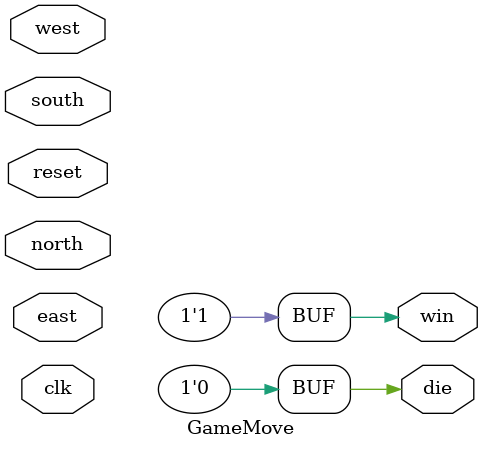
<source format=sv>
module GameMove(
	input logic clk,
	input logic reset,
	input logic west, north, east, south,
	output logic win, die
);
	assign win = 1;
	assign die = 0;
	
endmodule
</source>
